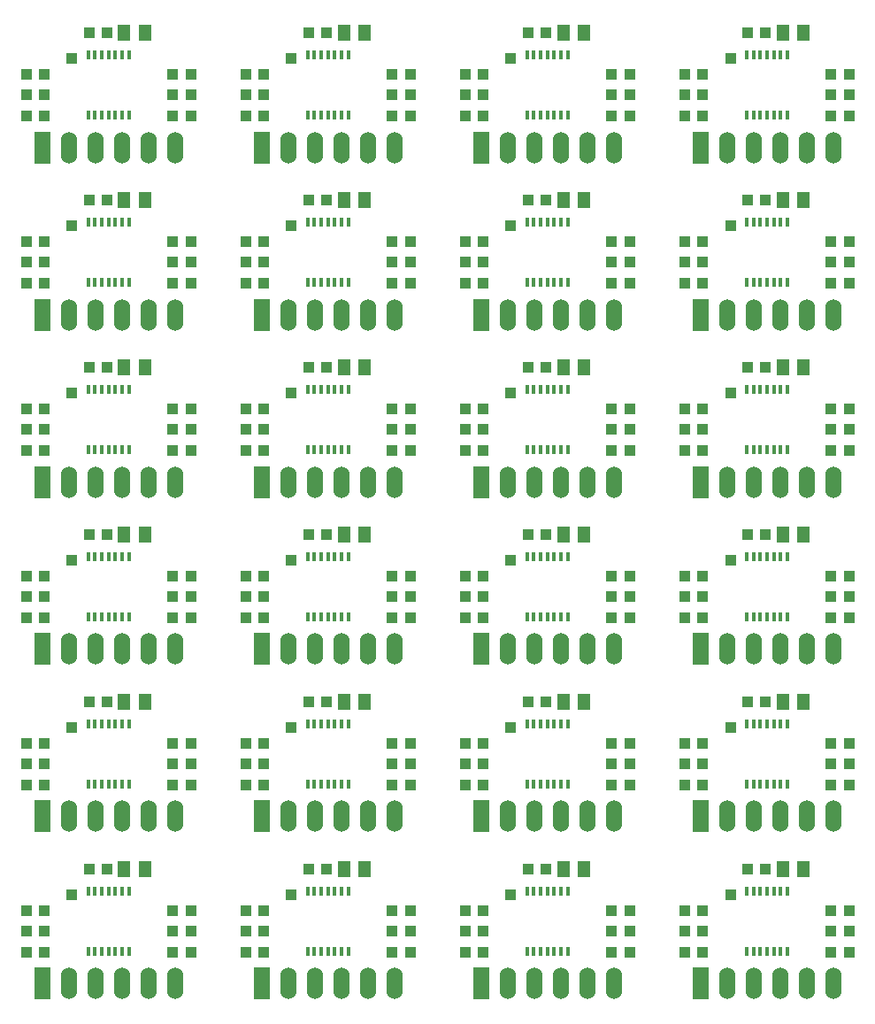
<source format=gtp>
G04 #@! TF.FileFunction,Paste,Top*
%FSLAX46Y46*%
G04 Gerber Fmt 4.6, Leading zero omitted, Abs format (unit mm)*
G04 Created by KiCad (PCBNEW 4.0.1-stable) date 2017/03/05 0:18:17*
%MOMM*%
G01*
G04 APERTURE LIST*
%ADD10C,0.100000*%
%ADD11R,0.998220X0.998220*%
%ADD12R,1.049020X1.079500*%
%ADD13R,1.297940X1.597660*%
%ADD14R,0.347980X0.899160*%
%ADD15R,1.524000X3.048000*%
%ADD16O,1.524000X3.048000*%
G04 APERTURE END LIST*
D10*
D11*
X183500000Y-142500000D03*
D12*
X180873760Y-146000000D03*
X179126240Y-146000000D03*
X180873760Y-144000000D03*
X179126240Y-144000000D03*
X180873760Y-148000000D03*
X179126240Y-148000000D03*
D11*
X183500000Y-126500000D03*
D12*
X186873760Y-124000000D03*
X185126240Y-124000000D03*
D13*
X188501780Y-124000000D03*
X190498220Y-124000000D03*
D14*
X185051820Y-131872740D03*
X185702060Y-131872740D03*
X186352300Y-131872740D03*
X187000000Y-131872740D03*
X187647700Y-131872740D03*
X188297940Y-131872740D03*
X188948180Y-131872740D03*
X188948180Y-126127260D03*
X188297940Y-126127260D03*
X187647700Y-126127260D03*
X187000000Y-126127260D03*
X186352300Y-126127260D03*
X185702060Y-126127260D03*
X185051820Y-126127260D03*
D12*
X180873760Y-132000000D03*
X179126240Y-132000000D03*
X180873760Y-130000000D03*
X179126240Y-130000000D03*
X180873760Y-128000000D03*
X179126240Y-128000000D03*
X186873760Y-140000000D03*
X185126240Y-140000000D03*
D15*
X180650000Y-151000000D03*
D16*
X183190000Y-151000000D03*
X185730000Y-151000000D03*
X188270000Y-151000000D03*
X190810000Y-151000000D03*
X193350000Y-151000000D03*
D15*
X180650000Y-135000000D03*
D16*
X183190000Y-135000000D03*
X185730000Y-135000000D03*
X188270000Y-135000000D03*
X190810000Y-135000000D03*
X193350000Y-135000000D03*
D14*
X185051820Y-147872740D03*
X185702060Y-147872740D03*
X186352300Y-147872740D03*
X187000000Y-147872740D03*
X187647700Y-147872740D03*
X188297940Y-147872740D03*
X188948180Y-147872740D03*
X188948180Y-142127260D03*
X188297940Y-142127260D03*
X187647700Y-142127260D03*
X187000000Y-142127260D03*
X186352300Y-142127260D03*
X185702060Y-142127260D03*
X185051820Y-142127260D03*
D13*
X188501780Y-140000000D03*
X190498220Y-140000000D03*
D12*
X201873760Y-130000000D03*
X200126240Y-130000000D03*
X201873760Y-128000000D03*
X200126240Y-128000000D03*
X201873760Y-132000000D03*
X200126240Y-132000000D03*
X193126240Y-130000000D03*
X194873760Y-130000000D03*
X193126240Y-128000000D03*
X194873760Y-128000000D03*
X193126240Y-132000000D03*
X194873760Y-132000000D03*
X151126240Y-128000000D03*
X152873760Y-128000000D03*
D13*
X146501780Y-124000000D03*
X148498220Y-124000000D03*
D12*
X151126240Y-132000000D03*
X152873760Y-132000000D03*
X151126240Y-130000000D03*
X152873760Y-130000000D03*
X144873760Y-124000000D03*
X143126240Y-124000000D03*
D14*
X143051820Y-131872740D03*
X143702060Y-131872740D03*
X144352300Y-131872740D03*
X145000000Y-131872740D03*
X145647700Y-131872740D03*
X146297940Y-131872740D03*
X146948180Y-131872740D03*
X146948180Y-126127260D03*
X146297940Y-126127260D03*
X145647700Y-126127260D03*
X145000000Y-126127260D03*
X144352300Y-126127260D03*
X143702060Y-126127260D03*
X143051820Y-126127260D03*
D12*
X151126240Y-144000000D03*
X152873760Y-144000000D03*
D13*
X146501780Y-140000000D03*
X148498220Y-140000000D03*
D15*
X138650000Y-135000000D03*
D16*
X141190000Y-135000000D03*
X143730000Y-135000000D03*
X146270000Y-135000000D03*
X148810000Y-135000000D03*
X151350000Y-135000000D03*
D12*
X144873760Y-140000000D03*
X143126240Y-140000000D03*
X151126240Y-146000000D03*
X152873760Y-146000000D03*
X138873760Y-144000000D03*
X137126240Y-144000000D03*
X138873760Y-146000000D03*
X137126240Y-146000000D03*
X138873760Y-148000000D03*
X137126240Y-148000000D03*
D14*
X143051820Y-147872740D03*
X143702060Y-147872740D03*
X144352300Y-147872740D03*
X145000000Y-147872740D03*
X145647700Y-147872740D03*
X146297940Y-147872740D03*
X146948180Y-147872740D03*
X146948180Y-142127260D03*
X146297940Y-142127260D03*
X145647700Y-142127260D03*
X145000000Y-142127260D03*
X144352300Y-142127260D03*
X143702060Y-142127260D03*
X143051820Y-142127260D03*
D15*
X138650000Y-151000000D03*
D16*
X141190000Y-151000000D03*
X143730000Y-151000000D03*
X146270000Y-151000000D03*
X148810000Y-151000000D03*
X151350000Y-151000000D03*
D11*
X141500000Y-142500000D03*
D12*
X151126240Y-148000000D03*
X152873760Y-148000000D03*
D11*
X141500000Y-126500000D03*
D12*
X138873760Y-130000000D03*
X137126240Y-130000000D03*
X138873760Y-128000000D03*
X137126240Y-128000000D03*
X138873760Y-132000000D03*
X137126240Y-132000000D03*
D15*
X201650000Y-135000000D03*
D16*
X204190000Y-135000000D03*
X206730000Y-135000000D03*
X209270000Y-135000000D03*
X211810000Y-135000000D03*
X214350000Y-135000000D03*
D13*
X209501780Y-140000000D03*
X211498220Y-140000000D03*
D12*
X207873760Y-140000000D03*
X206126240Y-140000000D03*
X193126240Y-146000000D03*
X194873760Y-146000000D03*
X193126240Y-148000000D03*
X194873760Y-148000000D03*
X201873760Y-144000000D03*
X200126240Y-144000000D03*
X201873760Y-146000000D03*
X200126240Y-146000000D03*
X201873760Y-148000000D03*
X200126240Y-148000000D03*
X193126240Y-144000000D03*
X194873760Y-144000000D03*
D11*
X204500000Y-142500000D03*
D12*
X214126240Y-144000000D03*
X215873760Y-144000000D03*
X214126240Y-146000000D03*
X215873760Y-146000000D03*
X214126240Y-148000000D03*
X215873760Y-148000000D03*
D15*
X201650000Y-151000000D03*
D16*
X204190000Y-151000000D03*
X206730000Y-151000000D03*
X209270000Y-151000000D03*
X211810000Y-151000000D03*
X214350000Y-151000000D03*
D14*
X206051820Y-147872740D03*
X206702060Y-147872740D03*
X207352300Y-147872740D03*
X208000000Y-147872740D03*
X208647700Y-147872740D03*
X209297940Y-147872740D03*
X209948180Y-147872740D03*
X209948180Y-142127260D03*
X209297940Y-142127260D03*
X208647700Y-142127260D03*
X208000000Y-142127260D03*
X207352300Y-142127260D03*
X206702060Y-142127260D03*
X206051820Y-142127260D03*
D12*
X207873760Y-124000000D03*
X206126240Y-124000000D03*
D13*
X209501780Y-124000000D03*
X211498220Y-124000000D03*
D14*
X206051820Y-131872740D03*
X206702060Y-131872740D03*
X207352300Y-131872740D03*
X208000000Y-131872740D03*
X208647700Y-131872740D03*
X209297940Y-131872740D03*
X209948180Y-131872740D03*
X209948180Y-126127260D03*
X209297940Y-126127260D03*
X208647700Y-126127260D03*
X208000000Y-126127260D03*
X207352300Y-126127260D03*
X206702060Y-126127260D03*
X206051820Y-126127260D03*
D11*
X204500000Y-126500000D03*
D12*
X214126240Y-132000000D03*
X215873760Y-132000000D03*
X214126240Y-128000000D03*
X215873760Y-128000000D03*
X214126240Y-130000000D03*
X215873760Y-130000000D03*
D11*
X162500000Y-142500000D03*
D12*
X159873760Y-144000000D03*
X158126240Y-144000000D03*
X159873760Y-148000000D03*
X158126240Y-148000000D03*
X159873760Y-146000000D03*
X158126240Y-146000000D03*
D14*
X164051820Y-147872740D03*
X164702060Y-147872740D03*
X165352300Y-147872740D03*
X166000000Y-147872740D03*
X166647700Y-147872740D03*
X167297940Y-147872740D03*
X167948180Y-147872740D03*
X167948180Y-142127260D03*
X167297940Y-142127260D03*
X166647700Y-142127260D03*
X166000000Y-142127260D03*
X165352300Y-142127260D03*
X164702060Y-142127260D03*
X164051820Y-142127260D03*
D12*
X165873760Y-140000000D03*
X164126240Y-140000000D03*
D11*
X162500000Y-126500000D03*
D13*
X167501780Y-140000000D03*
X169498220Y-140000000D03*
D12*
X172126240Y-132000000D03*
X173873760Y-132000000D03*
D15*
X159650000Y-135000000D03*
D16*
X162190000Y-135000000D03*
X164730000Y-135000000D03*
X167270000Y-135000000D03*
X169810000Y-135000000D03*
X172350000Y-135000000D03*
D14*
X164051820Y-131872740D03*
X164702060Y-131872740D03*
X165352300Y-131872740D03*
X166000000Y-131872740D03*
X166647700Y-131872740D03*
X167297940Y-131872740D03*
X167948180Y-131872740D03*
X167948180Y-126127260D03*
X167297940Y-126127260D03*
X166647700Y-126127260D03*
X166000000Y-126127260D03*
X165352300Y-126127260D03*
X164702060Y-126127260D03*
X164051820Y-126127260D03*
D12*
X172126240Y-144000000D03*
X173873760Y-144000000D03*
X172126240Y-146000000D03*
X173873760Y-146000000D03*
D15*
X159650000Y-151000000D03*
D16*
X162190000Y-151000000D03*
X164730000Y-151000000D03*
X167270000Y-151000000D03*
X169810000Y-151000000D03*
X172350000Y-151000000D03*
D12*
X172126240Y-148000000D03*
X173873760Y-148000000D03*
X159873760Y-132000000D03*
X158126240Y-132000000D03*
X159873760Y-130000000D03*
X158126240Y-130000000D03*
X159873760Y-128000000D03*
X158126240Y-128000000D03*
X165873760Y-124000000D03*
X164126240Y-124000000D03*
X172126240Y-128000000D03*
X173873760Y-128000000D03*
D13*
X167501780Y-124000000D03*
X169498220Y-124000000D03*
D12*
X172126240Y-130000000D03*
X173873760Y-130000000D03*
D11*
X204500000Y-110500000D03*
D12*
X214126240Y-112000000D03*
X215873760Y-112000000D03*
D13*
X209501780Y-108000000D03*
X211498220Y-108000000D03*
D12*
X207873760Y-108000000D03*
X206126240Y-108000000D03*
X201873760Y-112000000D03*
X200126240Y-112000000D03*
X201873760Y-114000000D03*
X200126240Y-114000000D03*
X201873760Y-116000000D03*
X200126240Y-116000000D03*
X214126240Y-114000000D03*
X215873760Y-114000000D03*
X214126240Y-116000000D03*
X215873760Y-116000000D03*
D15*
X201650000Y-119000000D03*
D16*
X204190000Y-119000000D03*
X206730000Y-119000000D03*
X209270000Y-119000000D03*
X211810000Y-119000000D03*
X214350000Y-119000000D03*
D14*
X206051820Y-115872740D03*
X206702060Y-115872740D03*
X207352300Y-115872740D03*
X208000000Y-115872740D03*
X208647700Y-115872740D03*
X209297940Y-115872740D03*
X209948180Y-115872740D03*
X209948180Y-110127260D03*
X209297940Y-110127260D03*
X208647700Y-110127260D03*
X208000000Y-110127260D03*
X207352300Y-110127260D03*
X206702060Y-110127260D03*
X206051820Y-110127260D03*
D13*
X188501780Y-108000000D03*
X190498220Y-108000000D03*
D11*
X183500000Y-110500000D03*
D12*
X186873760Y-108000000D03*
X185126240Y-108000000D03*
X193126240Y-112000000D03*
X194873760Y-112000000D03*
X180873760Y-114000000D03*
X179126240Y-114000000D03*
X180873760Y-116000000D03*
X179126240Y-116000000D03*
X180873760Y-112000000D03*
X179126240Y-112000000D03*
X193126240Y-114000000D03*
X194873760Y-114000000D03*
D15*
X180650000Y-119000000D03*
D16*
X183190000Y-119000000D03*
X185730000Y-119000000D03*
X188270000Y-119000000D03*
X190810000Y-119000000D03*
X193350000Y-119000000D03*
D14*
X185051820Y-115872740D03*
X185702060Y-115872740D03*
X186352300Y-115872740D03*
X187000000Y-115872740D03*
X187647700Y-115872740D03*
X188297940Y-115872740D03*
X188948180Y-115872740D03*
X188948180Y-110127260D03*
X188297940Y-110127260D03*
X187647700Y-110127260D03*
X187000000Y-110127260D03*
X186352300Y-110127260D03*
X185702060Y-110127260D03*
X185051820Y-110127260D03*
D12*
X193126240Y-116000000D03*
X194873760Y-116000000D03*
X151126240Y-114000000D03*
X152873760Y-114000000D03*
X151126240Y-116000000D03*
X152873760Y-116000000D03*
X151126240Y-112000000D03*
X152873760Y-112000000D03*
X138873760Y-112000000D03*
X137126240Y-112000000D03*
X138873760Y-114000000D03*
X137126240Y-114000000D03*
X138873760Y-116000000D03*
X137126240Y-116000000D03*
D14*
X143051820Y-115872740D03*
X143702060Y-115872740D03*
X144352300Y-115872740D03*
X145000000Y-115872740D03*
X145647700Y-115872740D03*
X146297940Y-115872740D03*
X146948180Y-115872740D03*
X146948180Y-110127260D03*
X146297940Y-110127260D03*
X145647700Y-110127260D03*
X145000000Y-110127260D03*
X144352300Y-110127260D03*
X143702060Y-110127260D03*
X143051820Y-110127260D03*
D15*
X138650000Y-119000000D03*
D16*
X141190000Y-119000000D03*
X143730000Y-119000000D03*
X146270000Y-119000000D03*
X148810000Y-119000000D03*
X151350000Y-119000000D03*
D13*
X146501780Y-108000000D03*
X148498220Y-108000000D03*
D11*
X141500000Y-110500000D03*
D12*
X144873760Y-108000000D03*
X143126240Y-108000000D03*
D11*
X162500000Y-110500000D03*
D12*
X165873760Y-108000000D03*
X164126240Y-108000000D03*
X159873760Y-114000000D03*
X158126240Y-114000000D03*
X159873760Y-116000000D03*
X158126240Y-116000000D03*
X159873760Y-112000000D03*
X158126240Y-112000000D03*
D14*
X164051820Y-115872740D03*
X164702060Y-115872740D03*
X165352300Y-115872740D03*
X166000000Y-115872740D03*
X166647700Y-115872740D03*
X167297940Y-115872740D03*
X167948180Y-115872740D03*
X167948180Y-110127260D03*
X167297940Y-110127260D03*
X166647700Y-110127260D03*
X166000000Y-110127260D03*
X165352300Y-110127260D03*
X164702060Y-110127260D03*
X164051820Y-110127260D03*
D13*
X167501780Y-108000000D03*
X169498220Y-108000000D03*
D12*
X172126240Y-112000000D03*
X173873760Y-112000000D03*
X172126240Y-114000000D03*
X173873760Y-114000000D03*
D15*
X159650000Y-119000000D03*
D16*
X162190000Y-119000000D03*
X164730000Y-119000000D03*
X167270000Y-119000000D03*
X169810000Y-119000000D03*
X172350000Y-119000000D03*
D12*
X172126240Y-116000000D03*
X173873760Y-116000000D03*
X144873760Y-92000000D03*
X143126240Y-92000000D03*
D14*
X143051820Y-99872740D03*
X143702060Y-99872740D03*
X144352300Y-99872740D03*
X145000000Y-99872740D03*
X145647700Y-99872740D03*
X146297940Y-99872740D03*
X146948180Y-99872740D03*
X146948180Y-94127260D03*
X146297940Y-94127260D03*
X145647700Y-94127260D03*
X145000000Y-94127260D03*
X144352300Y-94127260D03*
X143702060Y-94127260D03*
X143051820Y-94127260D03*
D15*
X138650000Y-103000000D03*
D16*
X141190000Y-103000000D03*
X143730000Y-103000000D03*
X146270000Y-103000000D03*
X148810000Y-103000000D03*
X151350000Y-103000000D03*
D12*
X138873760Y-100000000D03*
X137126240Y-100000000D03*
X138873760Y-98000000D03*
X137126240Y-98000000D03*
X138873760Y-96000000D03*
X137126240Y-96000000D03*
X151126240Y-100000000D03*
X152873760Y-100000000D03*
X151126240Y-98000000D03*
X152873760Y-98000000D03*
X151126240Y-96000000D03*
X152873760Y-96000000D03*
D11*
X141500000Y-94500000D03*
D13*
X146501780Y-92000000D03*
X148498220Y-92000000D03*
D12*
X165873760Y-92000000D03*
X164126240Y-92000000D03*
D14*
X164051820Y-99872740D03*
X164702060Y-99872740D03*
X165352300Y-99872740D03*
X166000000Y-99872740D03*
X166647700Y-99872740D03*
X167297940Y-99872740D03*
X167948180Y-99872740D03*
X167948180Y-94127260D03*
X167297940Y-94127260D03*
X166647700Y-94127260D03*
X166000000Y-94127260D03*
X165352300Y-94127260D03*
X164702060Y-94127260D03*
X164051820Y-94127260D03*
D15*
X159650000Y-103000000D03*
D16*
X162190000Y-103000000D03*
X164730000Y-103000000D03*
X167270000Y-103000000D03*
X169810000Y-103000000D03*
X172350000Y-103000000D03*
D12*
X159873760Y-100000000D03*
X158126240Y-100000000D03*
X159873760Y-98000000D03*
X158126240Y-98000000D03*
X159873760Y-96000000D03*
X158126240Y-96000000D03*
X172126240Y-100000000D03*
X173873760Y-100000000D03*
X172126240Y-98000000D03*
X173873760Y-98000000D03*
X172126240Y-96000000D03*
X173873760Y-96000000D03*
D11*
X162500000Y-94500000D03*
D13*
X167501780Y-92000000D03*
X169498220Y-92000000D03*
D12*
X186873760Y-92000000D03*
X185126240Y-92000000D03*
D14*
X185051820Y-99872740D03*
X185702060Y-99872740D03*
X186352300Y-99872740D03*
X187000000Y-99872740D03*
X187647700Y-99872740D03*
X188297940Y-99872740D03*
X188948180Y-99872740D03*
X188948180Y-94127260D03*
X188297940Y-94127260D03*
X187647700Y-94127260D03*
X187000000Y-94127260D03*
X186352300Y-94127260D03*
X185702060Y-94127260D03*
X185051820Y-94127260D03*
D15*
X180650000Y-103000000D03*
D16*
X183190000Y-103000000D03*
X185730000Y-103000000D03*
X188270000Y-103000000D03*
X190810000Y-103000000D03*
X193350000Y-103000000D03*
D12*
X180873760Y-100000000D03*
X179126240Y-100000000D03*
X180873760Y-98000000D03*
X179126240Y-98000000D03*
X180873760Y-96000000D03*
X179126240Y-96000000D03*
X193126240Y-100000000D03*
X194873760Y-100000000D03*
X193126240Y-98000000D03*
X194873760Y-98000000D03*
X193126240Y-96000000D03*
X194873760Y-96000000D03*
D11*
X183500000Y-94500000D03*
D13*
X188501780Y-92000000D03*
X190498220Y-92000000D03*
D12*
X207873760Y-92000000D03*
X206126240Y-92000000D03*
D14*
X206051820Y-99872740D03*
X206702060Y-99872740D03*
X207352300Y-99872740D03*
X208000000Y-99872740D03*
X208647700Y-99872740D03*
X209297940Y-99872740D03*
X209948180Y-99872740D03*
X209948180Y-94127260D03*
X209297940Y-94127260D03*
X208647700Y-94127260D03*
X208000000Y-94127260D03*
X207352300Y-94127260D03*
X206702060Y-94127260D03*
X206051820Y-94127260D03*
D15*
X201650000Y-103000000D03*
D16*
X204190000Y-103000000D03*
X206730000Y-103000000D03*
X209270000Y-103000000D03*
X211810000Y-103000000D03*
X214350000Y-103000000D03*
D12*
X201873760Y-100000000D03*
X200126240Y-100000000D03*
X201873760Y-98000000D03*
X200126240Y-98000000D03*
X201873760Y-96000000D03*
X200126240Y-96000000D03*
X214126240Y-100000000D03*
X215873760Y-100000000D03*
X214126240Y-98000000D03*
X215873760Y-98000000D03*
X214126240Y-96000000D03*
X215873760Y-96000000D03*
D11*
X204500000Y-94500000D03*
D13*
X209501780Y-92000000D03*
X211498220Y-92000000D03*
D12*
X144873760Y-92000000D03*
X143126240Y-92000000D03*
D14*
X143051820Y-99872740D03*
X143702060Y-99872740D03*
X144352300Y-99872740D03*
X145000000Y-99872740D03*
X145647700Y-99872740D03*
X146297940Y-99872740D03*
X146948180Y-99872740D03*
X146948180Y-94127260D03*
X146297940Y-94127260D03*
X145647700Y-94127260D03*
X145000000Y-94127260D03*
X144352300Y-94127260D03*
X143702060Y-94127260D03*
X143051820Y-94127260D03*
D15*
X138650000Y-103000000D03*
D16*
X141190000Y-103000000D03*
X143730000Y-103000000D03*
X146270000Y-103000000D03*
X148810000Y-103000000D03*
X151350000Y-103000000D03*
D12*
X138873760Y-100000000D03*
X137126240Y-100000000D03*
X138873760Y-98000000D03*
X137126240Y-98000000D03*
X138873760Y-96000000D03*
X137126240Y-96000000D03*
X151126240Y-100000000D03*
X152873760Y-100000000D03*
X151126240Y-98000000D03*
X152873760Y-98000000D03*
X151126240Y-96000000D03*
X152873760Y-96000000D03*
D11*
X141500000Y-94500000D03*
D13*
X146501780Y-92000000D03*
X148498220Y-92000000D03*
D12*
X144873760Y-76000000D03*
X143126240Y-76000000D03*
D14*
X143051820Y-83872740D03*
X143702060Y-83872740D03*
X144352300Y-83872740D03*
X145000000Y-83872740D03*
X145647700Y-83872740D03*
X146297940Y-83872740D03*
X146948180Y-83872740D03*
X146948180Y-78127260D03*
X146297940Y-78127260D03*
X145647700Y-78127260D03*
X145000000Y-78127260D03*
X144352300Y-78127260D03*
X143702060Y-78127260D03*
X143051820Y-78127260D03*
D15*
X138650000Y-87000000D03*
D16*
X141190000Y-87000000D03*
X143730000Y-87000000D03*
X146270000Y-87000000D03*
X148810000Y-87000000D03*
X151350000Y-87000000D03*
D12*
X138873760Y-84000000D03*
X137126240Y-84000000D03*
X138873760Y-82000000D03*
X137126240Y-82000000D03*
X138873760Y-80000000D03*
X137126240Y-80000000D03*
X151126240Y-84000000D03*
X152873760Y-84000000D03*
X151126240Y-82000000D03*
X152873760Y-82000000D03*
X151126240Y-80000000D03*
X152873760Y-80000000D03*
D11*
X141500000Y-78500000D03*
D13*
X146501780Y-76000000D03*
X148498220Y-76000000D03*
D12*
X165873760Y-76000000D03*
X164126240Y-76000000D03*
D14*
X164051820Y-83872740D03*
X164702060Y-83872740D03*
X165352300Y-83872740D03*
X166000000Y-83872740D03*
X166647700Y-83872740D03*
X167297940Y-83872740D03*
X167948180Y-83872740D03*
X167948180Y-78127260D03*
X167297940Y-78127260D03*
X166647700Y-78127260D03*
X166000000Y-78127260D03*
X165352300Y-78127260D03*
X164702060Y-78127260D03*
X164051820Y-78127260D03*
D15*
X159650000Y-87000000D03*
D16*
X162190000Y-87000000D03*
X164730000Y-87000000D03*
X167270000Y-87000000D03*
X169810000Y-87000000D03*
X172350000Y-87000000D03*
D12*
X159873760Y-84000000D03*
X158126240Y-84000000D03*
X159873760Y-82000000D03*
X158126240Y-82000000D03*
X159873760Y-80000000D03*
X158126240Y-80000000D03*
X172126240Y-84000000D03*
X173873760Y-84000000D03*
X172126240Y-82000000D03*
X173873760Y-82000000D03*
X172126240Y-80000000D03*
X173873760Y-80000000D03*
D11*
X162500000Y-78500000D03*
D13*
X167501780Y-76000000D03*
X169498220Y-76000000D03*
D12*
X186873760Y-76000000D03*
X185126240Y-76000000D03*
D14*
X185051820Y-83872740D03*
X185702060Y-83872740D03*
X186352300Y-83872740D03*
X187000000Y-83872740D03*
X187647700Y-83872740D03*
X188297940Y-83872740D03*
X188948180Y-83872740D03*
X188948180Y-78127260D03*
X188297940Y-78127260D03*
X187647700Y-78127260D03*
X187000000Y-78127260D03*
X186352300Y-78127260D03*
X185702060Y-78127260D03*
X185051820Y-78127260D03*
D15*
X180650000Y-87000000D03*
D16*
X183190000Y-87000000D03*
X185730000Y-87000000D03*
X188270000Y-87000000D03*
X190810000Y-87000000D03*
X193350000Y-87000000D03*
D12*
X180873760Y-84000000D03*
X179126240Y-84000000D03*
X180873760Y-82000000D03*
X179126240Y-82000000D03*
X180873760Y-80000000D03*
X179126240Y-80000000D03*
X193126240Y-84000000D03*
X194873760Y-84000000D03*
X193126240Y-82000000D03*
X194873760Y-82000000D03*
X193126240Y-80000000D03*
X194873760Y-80000000D03*
D11*
X183500000Y-78500000D03*
D13*
X188501780Y-76000000D03*
X190498220Y-76000000D03*
D12*
X207873760Y-76000000D03*
X206126240Y-76000000D03*
D14*
X206051820Y-83872740D03*
X206702060Y-83872740D03*
X207352300Y-83872740D03*
X208000000Y-83872740D03*
X208647700Y-83872740D03*
X209297940Y-83872740D03*
X209948180Y-83872740D03*
X209948180Y-78127260D03*
X209297940Y-78127260D03*
X208647700Y-78127260D03*
X208000000Y-78127260D03*
X207352300Y-78127260D03*
X206702060Y-78127260D03*
X206051820Y-78127260D03*
D15*
X201650000Y-87000000D03*
D16*
X204190000Y-87000000D03*
X206730000Y-87000000D03*
X209270000Y-87000000D03*
X211810000Y-87000000D03*
X214350000Y-87000000D03*
D12*
X201873760Y-84000000D03*
X200126240Y-84000000D03*
X201873760Y-82000000D03*
X200126240Y-82000000D03*
X201873760Y-80000000D03*
X200126240Y-80000000D03*
X214126240Y-84000000D03*
X215873760Y-84000000D03*
X214126240Y-82000000D03*
X215873760Y-82000000D03*
X214126240Y-80000000D03*
X215873760Y-80000000D03*
D11*
X204500000Y-78500000D03*
D13*
X209501780Y-76000000D03*
X211498220Y-76000000D03*
D12*
X144873760Y-60000000D03*
X143126240Y-60000000D03*
D14*
X143051820Y-67872740D03*
X143702060Y-67872740D03*
X144352300Y-67872740D03*
X145000000Y-67872740D03*
X145647700Y-67872740D03*
X146297940Y-67872740D03*
X146948180Y-67872740D03*
X146948180Y-62127260D03*
X146297940Y-62127260D03*
X145647700Y-62127260D03*
X145000000Y-62127260D03*
X144352300Y-62127260D03*
X143702060Y-62127260D03*
X143051820Y-62127260D03*
D15*
X138650000Y-71000000D03*
D16*
X141190000Y-71000000D03*
X143730000Y-71000000D03*
X146270000Y-71000000D03*
X148810000Y-71000000D03*
X151350000Y-71000000D03*
D12*
X138873760Y-68000000D03*
X137126240Y-68000000D03*
X138873760Y-66000000D03*
X137126240Y-66000000D03*
X138873760Y-64000000D03*
X137126240Y-64000000D03*
X151126240Y-68000000D03*
X152873760Y-68000000D03*
X151126240Y-66000000D03*
X152873760Y-66000000D03*
X151126240Y-64000000D03*
X152873760Y-64000000D03*
D11*
X141500000Y-62500000D03*
D13*
X146501780Y-60000000D03*
X148498220Y-60000000D03*
D12*
X165873760Y-60000000D03*
X164126240Y-60000000D03*
D14*
X164051820Y-67872740D03*
X164702060Y-67872740D03*
X165352300Y-67872740D03*
X166000000Y-67872740D03*
X166647700Y-67872740D03*
X167297940Y-67872740D03*
X167948180Y-67872740D03*
X167948180Y-62127260D03*
X167297940Y-62127260D03*
X166647700Y-62127260D03*
X166000000Y-62127260D03*
X165352300Y-62127260D03*
X164702060Y-62127260D03*
X164051820Y-62127260D03*
D15*
X159650000Y-71000000D03*
D16*
X162190000Y-71000000D03*
X164730000Y-71000000D03*
X167270000Y-71000000D03*
X169810000Y-71000000D03*
X172350000Y-71000000D03*
D12*
X159873760Y-68000000D03*
X158126240Y-68000000D03*
X159873760Y-66000000D03*
X158126240Y-66000000D03*
X159873760Y-64000000D03*
X158126240Y-64000000D03*
X172126240Y-68000000D03*
X173873760Y-68000000D03*
X172126240Y-66000000D03*
X173873760Y-66000000D03*
X172126240Y-64000000D03*
X173873760Y-64000000D03*
D11*
X162500000Y-62500000D03*
D13*
X167501780Y-60000000D03*
X169498220Y-60000000D03*
D12*
X186873760Y-60000000D03*
X185126240Y-60000000D03*
D14*
X185051820Y-67872740D03*
X185702060Y-67872740D03*
X186352300Y-67872740D03*
X187000000Y-67872740D03*
X187647700Y-67872740D03*
X188297940Y-67872740D03*
X188948180Y-67872740D03*
X188948180Y-62127260D03*
X188297940Y-62127260D03*
X187647700Y-62127260D03*
X187000000Y-62127260D03*
X186352300Y-62127260D03*
X185702060Y-62127260D03*
X185051820Y-62127260D03*
D15*
X180650000Y-71000000D03*
D16*
X183190000Y-71000000D03*
X185730000Y-71000000D03*
X188270000Y-71000000D03*
X190810000Y-71000000D03*
X193350000Y-71000000D03*
D12*
X180873760Y-68000000D03*
X179126240Y-68000000D03*
X180873760Y-66000000D03*
X179126240Y-66000000D03*
X180873760Y-64000000D03*
X179126240Y-64000000D03*
X193126240Y-68000000D03*
X194873760Y-68000000D03*
X193126240Y-66000000D03*
X194873760Y-66000000D03*
X193126240Y-64000000D03*
X194873760Y-64000000D03*
D11*
X183500000Y-62500000D03*
D13*
X188501780Y-60000000D03*
X190498220Y-60000000D03*
D12*
X207873760Y-60000000D03*
X206126240Y-60000000D03*
D14*
X206051820Y-67872740D03*
X206702060Y-67872740D03*
X207352300Y-67872740D03*
X208000000Y-67872740D03*
X208647700Y-67872740D03*
X209297940Y-67872740D03*
X209948180Y-67872740D03*
X209948180Y-62127260D03*
X209297940Y-62127260D03*
X208647700Y-62127260D03*
X208000000Y-62127260D03*
X207352300Y-62127260D03*
X206702060Y-62127260D03*
X206051820Y-62127260D03*
D15*
X201650000Y-71000000D03*
D16*
X204190000Y-71000000D03*
X206730000Y-71000000D03*
X209270000Y-71000000D03*
X211810000Y-71000000D03*
X214350000Y-71000000D03*
D12*
X201873760Y-68000000D03*
X200126240Y-68000000D03*
X201873760Y-66000000D03*
X200126240Y-66000000D03*
X201873760Y-64000000D03*
X200126240Y-64000000D03*
X214126240Y-68000000D03*
X215873760Y-68000000D03*
X214126240Y-66000000D03*
X215873760Y-66000000D03*
X214126240Y-64000000D03*
X215873760Y-64000000D03*
D11*
X204500000Y-62500000D03*
D13*
X209501780Y-60000000D03*
X211498220Y-60000000D03*
M02*

</source>
